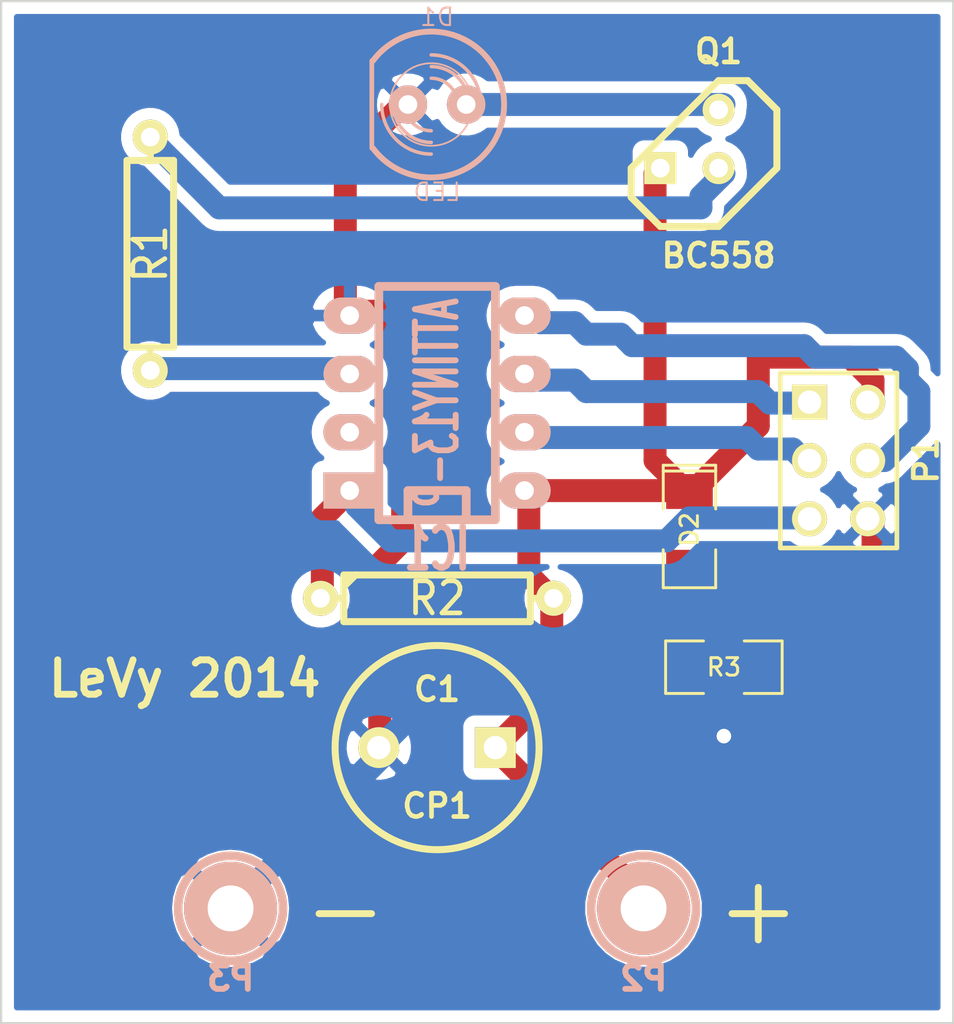
<source format=kicad_pcb>
(kicad_pcb (version 3) (host pcbnew "(2013-07-07 BZR 4022)-stable")

  (general
    (links 20)
    (no_connects 0)
    (area 40.949999 35.26455 82.550001 80.050001)
    (thickness 1.6)
    (drawings 7)
    (tracks 103)
    (zones 0)
    (modules 11)
    (nets 11)
  )

  (page A3)
  (layers
    (15 Gorna signal)
    (0 Dolna signal)
    (16 Kleju_Dolna user hide)
    (17 Kleju_Gorna user hide)
    (18 Pasty_Dolna user hide)
    (19 Pasty_Gorna user hide)
    (20 Opisowa_Dolna user)
    (21 Opisowa_Gorna user)
    (22 Maski_Dolna user)
    (23 Maski_Gorna user)
    (24 Rysunkowa user hide)
    (25 Komentarzy user hide)
    (26 ECO1 user hide)
    (27 ECO2 user hide)
    (28 Krawedziowa user)
  )

  (setup
    (last_trace_width 1)
    (trace_clearance 0.5)
    (zone_clearance 0.508)
    (zone_45_only no)
    (trace_min 0.254)
    (segment_width 0.2)
    (edge_width 0.1)
    (via_size 0.889)
    (via_drill 0.635)
    (via_min_size 0.889)
    (via_min_drill 0.508)
    (uvia_size 0.508)
    (uvia_drill 0.127)
    (uvias_allowed no)
    (uvia_min_size 0.508)
    (uvia_min_drill 0.127)
    (pcb_text_width 0.3)
    (pcb_text_size 1.5 1.5)
    (mod_edge_width 0.15)
    (mod_text_size 1 1)
    (mod_text_width 0.15)
    (pad_size 3 1.6764)
    (pad_drill 0.8128)
    (pad_to_mask_clearance 0.1)
    (solder_mask_min_width 0.1)
    (aux_axis_origin 0 0)
    (visible_elements 7FFFFFFF)
    (pcbplotparams
      (layerselection 284196865)
      (usegerberextensions true)
      (excludeedgelayer true)
      (linewidth 0.150000)
      (plotframeref false)
      (viasonmask true)
      (mode 1)
      (useauxorigin false)
      (hpglpennumber 1)
      (hpglpenspeed 20)
      (hpglpendiameter 15)
      (hpglpenoverlay 2)
      (psnegative false)
      (psa4output false)
      (plotreference true)
      (plotvalue true)
      (plotothertext true)
      (plotinvisibletext false)
      (padsonsilk false)
      (subtractmaskfromsilk true)
      (outputformat 1)
      (mirror false)
      (drillshape 0)
      (scaleselection 1)
      (outputdirectory "C:/Users/htpc/Dysk Google/cwiartka/generator/gerber/"))
  )

  (net 0 "")
  (net 1 GND)
  (net 2 N-000001)
  (net 3 N-0000010)
  (net 4 N-0000011)
  (net 5 N-000002)
  (net 6 N-000003)
  (net 7 N-000004)
  (net 8 N-000007)
  (net 9 N-000008)
  (net 10 VCC)

  (net_class Default "To jest domyślna klasa połączeń."
    (clearance 0.5)
    (trace_width 1)
    (via_dia 0.889)
    (via_drill 0.635)
    (uvia_dia 0.508)
    (uvia_drill 0.127)
    (add_net "")
    (add_net GND)
    (add_net N-000001)
    (add_net N-0000010)
    (add_net N-0000011)
    (add_net N-000002)
    (add_net N-000003)
    (add_net N-000004)
    (add_net N-000007)
    (add_net N-000008)
    (add_net VCC)
  )

  (module LED-5MM (layer Dolna) (tedit 50ADE86B) (tstamp 53C91215)
    (at 60 40 180)
    (descr "LED 5mm - Lead pitch 100mil (2,54mm)")
    (tags "LED led 5mm 5MM 100mil 2,54mm")
    (path /53C90E26)
    (fp_text reference D1 (at 0 3.81 180) (layer Opisowa_Dolna)
      (effects (font (size 0.762 0.762) (thickness 0.0889)) (justify mirror))
    )
    (fp_text value LED (at 0 -3.81 180) (layer Opisowa_Dolna)
      (effects (font (size 0.762 0.762) (thickness 0.0889)) (justify mirror))
    )
    (fp_line (start 2.8448 -1.905) (end 2.8448 1.905) (layer Opisowa_Dolna) (width 0.2032))
    (fp_circle (center 0.254 0) (end -1.016 -1.27) (layer Opisowa_Dolna) (width 0.0762))
    (fp_arc (start 0.254 0) (end 2.794 -1.905) (angle -286.2) (layer Opisowa_Dolna) (width 0.254))
    (fp_arc (start 0.254 0) (end -0.889 0) (angle -90) (layer Opisowa_Dolna) (width 0.1524))
    (fp_arc (start 0.254 0) (end 1.397 0) (angle -90) (layer Opisowa_Dolna) (width 0.1524))
    (fp_arc (start 0.254 0) (end -1.397 0) (angle -90) (layer Opisowa_Dolna) (width 0.1524))
    (fp_arc (start 0.254 0) (end 1.905 0) (angle -90) (layer Opisowa_Dolna) (width 0.1524))
    (fp_arc (start 0.254 0) (end -1.905 0) (angle -90) (layer Opisowa_Dolna) (width 0.1524))
    (fp_arc (start 0.254 0) (end 2.413 0) (angle -90) (layer Opisowa_Dolna) (width 0.1524))
    (pad 1 thru_hole circle (at -1.27 0 180) (size 1.6764 1.6764) (drill 0.8128)
      (layers *.Cu *.Mask Opisowa_Dolna)
      (net 5 N-000002)
    )
    (pad 2 thru_hole circle (at 1.27 0 180) (size 1.6764 1.6764) (drill 0.8128)
      (layers *.Cu *.Mask Opisowa_Dolna)
      (net 1 GND)
    )
    (model discret/leds/led5_vertical_verde.wrl
      (at (xyz 0 0 0))
      (scale (xyz 1 1 1))
      (rotate (xyz 0 0 0))
    )
  )

  (module pin_array_3x2 (layer Gorna) (tedit 42931587) (tstamp 53C91206)
    (at 77.5 55.5 270)
    (descr "Double rangee de contacts 2 x 4 pins")
    (tags CONN)
    (path /539214BD)
    (fp_text reference P1 (at 0 -3.81 270) (layer Opisowa_Gorna)
      (effects (font (size 1.016 1.016) (thickness 0.2032)))
    )
    (fp_text value CONN_3X2 (at 0 3.81 270) (layer Opisowa_Gorna) hide
      (effects (font (size 1.016 1.016) (thickness 0.2032)))
    )
    (fp_line (start 3.81 2.54) (end -3.81 2.54) (layer Opisowa_Gorna) (width 0.2032))
    (fp_line (start -3.81 -2.54) (end 3.81 -2.54) (layer Opisowa_Gorna) (width 0.2032))
    (fp_line (start 3.81 -2.54) (end 3.81 2.54) (layer Opisowa_Gorna) (width 0.2032))
    (fp_line (start -3.81 2.54) (end -3.81 -2.54) (layer Opisowa_Gorna) (width 0.2032))
    (pad 1 thru_hole rect (at -2.54 1.27 270) (size 1.524 1.524) (drill 1.016)
      (layers *.Cu *.Mask Opisowa_Gorna)
      (net 4 N-0000011)
    )
    (pad 2 thru_hole circle (at -2.54 -1.27 270) (size 1.524 1.524) (drill 1.016)
      (layers *.Cu *.Mask Opisowa_Gorna)
      (net 10 VCC)
    )
    (pad 3 thru_hole circle (at 0 1.27 270) (size 1.524 1.524) (drill 1.016)
      (layers *.Cu *.Mask Opisowa_Gorna)
      (net 3 N-0000010)
    )
    (pad 4 thru_hole circle (at 0 -1.27 270) (size 1.524 1.524) (drill 1.016)
      (layers *.Cu *.Mask Opisowa_Gorna)
      (net 8 N-000007)
    )
    (pad 5 thru_hole circle (at 2.54 1.27 270) (size 1.524 1.524) (drill 1.016)
      (layers *.Cu *.Mask Opisowa_Gorna)
      (net 2 N-000001)
    )
    (pad 6 thru_hole circle (at 2.54 -1.27 270) (size 1.524 1.524) (drill 1.016)
      (layers *.Cu *.Mask Opisowa_Gorna)
      (net 1 GND)
    )
    (model pin_array/pins_array_3x2.wrl
      (at (xyz 0 0 0))
      (scale (xyz 1 1 1))
      (rotate (xyz 0 0 0))
    )
  )

  (module DIP-8__300_ELL (layer Dolna) (tedit 200000) (tstamp 53C95401)
    (at 60 53 90)
    (descr "8 pins DIL package, elliptical pads")
    (tags DIL)
    (path /53921189)
    (fp_text reference IC1 (at -6.35 0 360) (layer Opisowa_Dolna)
      (effects (font (size 1.778 1.143) (thickness 0.3048)) (justify mirror))
    )
    (fp_text value ATTINY13-P (at 0 0 90) (layer Opisowa_Dolna)
      (effects (font (size 1.778 1.016) (thickness 0.3048)) (justify mirror))
    )
    (fp_line (start -5.08 1.27) (end -3.81 1.27) (layer Opisowa_Dolna) (width 0.381))
    (fp_line (start -3.81 1.27) (end -3.81 -1.27) (layer Opisowa_Dolna) (width 0.381))
    (fp_line (start -3.81 -1.27) (end -5.08 -1.27) (layer Opisowa_Dolna) (width 0.381))
    (fp_line (start -5.08 2.54) (end 5.08 2.54) (layer Opisowa_Dolna) (width 0.381))
    (fp_line (start 5.08 2.54) (end 5.08 -2.54) (layer Opisowa_Dolna) (width 0.381))
    (fp_line (start 5.08 -2.54) (end -5.08 -2.54) (layer Opisowa_Dolna) (width 0.381))
    (fp_line (start -5.08 -2.54) (end -5.08 2.54) (layer Opisowa_Dolna) (width 0.381))
    (pad 1 thru_hole rect (at -3.81 -3.81 90) (size 1.5748 2.286) (drill 0.8128)
      (layers *.Cu *.Mask Opisowa_Dolna)
      (net 2 N-000001)
    )
    (pad 2 thru_hole oval (at -1.27 -3.81 90) (size 1.5748 2.286) (drill 0.8128)
      (layers *.Cu *.Mask Opisowa_Dolna)
    )
    (pad 3 thru_hole oval (at 1.27 -3.81 90) (size 1.5748 2.286) (drill 0.8128)
      (layers *.Cu *.Mask Opisowa_Dolna)
      (net 6 N-000003)
    )
    (pad 4 thru_hole oval (at 3.81 -3.81 90) (size 1.5748 2.286) (drill 0.8128)
      (layers *.Cu *.Mask Opisowa_Dolna)
      (net 1 GND)
    )
    (pad 5 thru_hole oval (at 3.81 3.81 90) (size 1.5748 2.286) (drill 0.8128)
      (layers *.Cu *.Mask Opisowa_Dolna)
      (net 8 N-000007)
    )
    (pad 6 thru_hole oval (at 1.27 3.81 90) (size 1.5748 2.286) (drill 0.8128)
      (layers *.Cu *.Mask Opisowa_Dolna)
      (net 4 N-0000011)
    )
    (pad 7 thru_hole oval (at -1.27 3.81 90) (size 1.5748 2.286) (drill 0.8128)
      (layers *.Cu *.Mask Opisowa_Dolna)
      (net 3 N-0000010)
    )
    (pad 8 thru_hole oval (at -3.81 3.81 90) (size 1.5748 2.286) (drill 0.8128)
      (layers *.Cu *.Mask Opisowa_Dolna)
      (net 10 VCC)
    )
    (model dil/dil_8.wrl
      (at (xyz 0 0 0))
      (scale (xyz 1 1 1))
      (rotate (xyz 0 0 0))
    )
  )

  (module 1_pin_duzy (layer Dolna) (tedit 53C912E2) (tstamp 53C91223)
    (at 69 75)
    (descr "module 1 pin (ou trou mecanique de percage)")
    (tags DEV)
    (path /539211E5)
    (fp_text reference P2 (at 0 3.048) (layer Opisowa_Dolna)
      (effects (font (size 1.016 1.016) (thickness 0.254)) (justify mirror))
    )
    (fp_text value CONN_1 (at 0 -2.794) (layer Opisowa_Dolna) hide
      (effects (font (size 1.016 1.016) (thickness 0.254)) (justify mirror))
    )
    (fp_circle (center 0 0) (end 0 2.286) (layer Opisowa_Dolna) (width 0.381))
    (pad 1 thru_hole circle (at 0 0) (size 4.064 4.064) (drill 2)
      (layers *.Cu *.Mask Opisowa_Dolna)
      (net 10 VCC)
    )
  )

  (module TO92-123 (layer Gorna) (tedit 4C5F51CE) (tstamp 53C911DE)
    (at 71 41.5 180)
    (descr "Transistor TO92 brochage type BC237")
    (tags "TR TO92")
    (path /53C90DFA)
    (fp_text reference Q1 (at -1.27 3.81 180) (layer Opisowa_Gorna)
      (effects (font (size 1.016 1.016) (thickness 0.2032)))
    )
    (fp_text value BC558 (at -1.27 -5.08 180) (layer Opisowa_Gorna)
      (effects (font (size 1.016 1.016) (thickness 0.2032)))
    )
    (fp_line (start -1.27 2.54) (end 2.54 -1.27) (layer Opisowa_Gorna) (width 0.3048))
    (fp_line (start 2.54 -1.27) (end 2.54 -2.54) (layer Opisowa_Gorna) (width 0.3048))
    (fp_line (start 2.54 -2.54) (end 1.27 -3.81) (layer Opisowa_Gorna) (width 0.3048))
    (fp_line (start 1.27 -3.81) (end -1.27 -3.81) (layer Opisowa_Gorna) (width 0.3048))
    (fp_line (start -1.27 -3.81) (end -3.81 -1.27) (layer Opisowa_Gorna) (width 0.3048))
    (fp_line (start -3.81 -1.27) (end -3.81 1.27) (layer Opisowa_Gorna) (width 0.3048))
    (fp_line (start -3.81 1.27) (end -2.54 2.54) (layer Opisowa_Gorna) (width 0.3048))
    (fp_line (start -2.54 2.54) (end -1.27 2.54) (layer Opisowa_Gorna) (width 0.3048))
    (pad 3 thru_hole rect (at 1.27 -1.27 180) (size 1.397 1.397) (drill 0.8128)
      (layers *.Cu *.Mask Opisowa_Gorna)
      (net 10 VCC)
    )
    (pad 2 thru_hole circle (at -1.27 -1.27 180) (size 1.397 1.397) (drill 0.8128)
      (layers *.Cu *.Mask Opisowa_Gorna)
      (net 7 N-000004)
    )
    (pad 1 thru_hole circle (at -1.27 1.27 180) (size 1.397 1.397) (drill 0.8128)
      (layers *.Cu *.Mask Opisowa_Gorna)
      (net 5 N-000002)
    )
    (model discret/to98.wrl
      (at (xyz 0 0 0))
      (scale (xyz 1 1 1))
      (rotate (xyz 0 0 0))
    )
  )

  (module R4 (layer Gorna) (tedit 200000) (tstamp 53C911EB)
    (at 60 61.5)
    (descr "Resitance 4 pas")
    (tags R)
    (path /539215F0)
    (autoplace_cost180 10)
    (fp_text reference R2 (at 0 0) (layer Opisowa_Gorna)
      (effects (font (size 1.397 1.27) (thickness 0.2032)))
    )
    (fp_text value 10k (at 0 0) (layer Opisowa_Gorna) hide
      (effects (font (size 1.397 1.27) (thickness 0.2032)))
    )
    (fp_line (start -5.08 0) (end -4.064 0) (layer Opisowa_Gorna) (width 0.3048))
    (fp_line (start -4.064 0) (end -4.064 -1.016) (layer Opisowa_Gorna) (width 0.3048))
    (fp_line (start -4.064 -1.016) (end 4.064 -1.016) (layer Opisowa_Gorna) (width 0.3048))
    (fp_line (start 4.064 -1.016) (end 4.064 1.016) (layer Opisowa_Gorna) (width 0.3048))
    (fp_line (start 4.064 1.016) (end -4.064 1.016) (layer Opisowa_Gorna) (width 0.3048))
    (fp_line (start -4.064 1.016) (end -4.064 0) (layer Opisowa_Gorna) (width 0.3048))
    (fp_line (start -4.064 -0.508) (end -3.556 -1.016) (layer Opisowa_Gorna) (width 0.3048))
    (fp_line (start 5.08 0) (end 4.064 0) (layer Opisowa_Gorna) (width 0.3048))
    (pad 1 thru_hole circle (at -5.08 0) (size 1.524 1.524) (drill 0.8128)
      (layers *.Cu *.Mask Opisowa_Gorna)
      (net 2 N-000001)
    )
    (pad 2 thru_hole circle (at 5.08 0) (size 1.524 1.524) (drill 0.8128)
      (layers *.Cu *.Mask Opisowa_Gorna)
      (net 10 VCC)
    )
    (model discret/resistor.wrl
      (at (xyz 0 0 0))
      (scale (xyz 0.4 0.4 0.4))
      (rotate (xyz 0 0 0))
    )
  )

  (module R4 (layer Gorna) (tedit 200000) (tstamp 53C911F8)
    (at 47.5 46.5 270)
    (descr "Resitance 4 pas")
    (tags R)
    (path /53921715)
    (autoplace_cost180 10)
    (fp_text reference R1 (at 0 0 270) (layer Opisowa_Gorna)
      (effects (font (size 1.397 1.27) (thickness 0.2032)))
    )
    (fp_text value 3,3k (at 0 0 270) (layer Opisowa_Gorna) hide
      (effects (font (size 1.397 1.27) (thickness 0.2032)))
    )
    (fp_line (start -5.08 0) (end -4.064 0) (layer Opisowa_Gorna) (width 0.3048))
    (fp_line (start -4.064 0) (end -4.064 -1.016) (layer Opisowa_Gorna) (width 0.3048))
    (fp_line (start -4.064 -1.016) (end 4.064 -1.016) (layer Opisowa_Gorna) (width 0.3048))
    (fp_line (start 4.064 -1.016) (end 4.064 1.016) (layer Opisowa_Gorna) (width 0.3048))
    (fp_line (start 4.064 1.016) (end -4.064 1.016) (layer Opisowa_Gorna) (width 0.3048))
    (fp_line (start -4.064 1.016) (end -4.064 0) (layer Opisowa_Gorna) (width 0.3048))
    (fp_line (start -4.064 -0.508) (end -3.556 -1.016) (layer Opisowa_Gorna) (width 0.3048))
    (fp_line (start 5.08 0) (end 4.064 0) (layer Opisowa_Gorna) (width 0.3048))
    (pad 1 thru_hole circle (at -5.08 0 270) (size 1.524 1.524) (drill 0.8128)
      (layers *.Cu *.Mask Opisowa_Gorna)
      (net 7 N-000004)
    )
    (pad 2 thru_hole circle (at 5.08 0 270) (size 1.524 1.524) (drill 0.8128)
      (layers *.Cu *.Mask Opisowa_Gorna)
      (net 6 N-000003)
    )
    (model discret/resistor.wrl
      (at (xyz 0 0 0))
      (scale (xyz 0.4 0.4 0.4))
      (rotate (xyz 0 0 0))
    )
  )

  (module C2V8 (layer Gorna) (tedit 46544AA3) (tstamp 53C9121D)
    (at 60 68 180)
    (descr "Condensateur polarise")
    (tags CP)
    (path /5392168D)
    (fp_text reference C1 (at 0 2.54 180) (layer Opisowa_Gorna)
      (effects (font (size 1.016 1.016) (thickness 0.2032)))
    )
    (fp_text value CP1 (at 0 -2.54 180) (layer Opisowa_Gorna)
      (effects (font (size 1.016 1.016) (thickness 0.2032)))
    )
    (fp_circle (center 0 0) (end -4.445 0) (layer Opisowa_Gorna) (width 0.3048))
    (pad 1 thru_hole rect (at -2.54 0 180) (size 1.778 1.778) (drill 1.016)
      (layers *.Cu *.Mask Opisowa_Gorna)
      (net 10 VCC)
    )
    (pad 2 thru_hole circle (at 2.54 0 180) (size 1.778 1.778) (drill 1.016)
      (layers *.Cu *.Mask Opisowa_Gorna)
      (net 1 GND)
    )
    (model discret/c_vert_c2v10.wrl
      (at (xyz 0 0 0))
      (scale (xyz 1 1 1))
      (rotate (xyz 0 0 0))
    )
  )

  (module 1_pin_duzy (layer Dolna) (tedit 53C912E2) (tstamp 53C91229)
    (at 51 75)
    (descr "module 1 pin (ou trou mecanique de percage)")
    (tags DEV)
    (path /539211F4)
    (fp_text reference P3 (at 0 3.048) (layer Opisowa_Dolna)
      (effects (font (size 1.016 1.016) (thickness 0.254)) (justify mirror))
    )
    (fp_text value CONN_1 (at 0 -2.794) (layer Opisowa_Dolna) hide
      (effects (font (size 1.016 1.016) (thickness 0.254)) (justify mirror))
    )
    (fp_circle (center 0 0) (end 0 2.286) (layer Opisowa_Dolna) (width 0.381))
    (pad 1 thru_hole circle (at 0 0) (size 4.064 4.064) (drill 2)
      (layers *.Cu *.Mask Opisowa_Dolna)
      (net 1 GND)
    )
  )

  (module SM1206POL (layer Gorna) (tedit 42806E4C) (tstamp 53C95CC1)
    (at 71 58.5 270)
    (path /53C95C43)
    (attr smd)
    (fp_text reference D2 (at 0 0 270) (layer Opisowa_Gorna)
      (effects (font (size 0.762 0.762) (thickness 0.127)))
    )
    (fp_text value VCC (at 0 0 270) (layer Opisowa_Gorna) hide
      (effects (font (size 0.762 0.762) (thickness 0.127)))
    )
    (fp_line (start -2.54 -1.143) (end -2.794 -1.143) (layer Opisowa_Gorna) (width 0.127))
    (fp_line (start -2.794 -1.143) (end -2.794 1.143) (layer Opisowa_Gorna) (width 0.127))
    (fp_line (start -2.794 1.143) (end -2.54 1.143) (layer Opisowa_Gorna) (width 0.127))
    (fp_line (start -2.54 -1.143) (end -2.54 1.143) (layer Opisowa_Gorna) (width 0.127))
    (fp_line (start -2.54 1.143) (end -0.889 1.143) (layer Opisowa_Gorna) (width 0.127))
    (fp_line (start 0.889 -1.143) (end 2.54 -1.143) (layer Opisowa_Gorna) (width 0.127))
    (fp_line (start 2.54 -1.143) (end 2.54 1.143) (layer Opisowa_Gorna) (width 0.127))
    (fp_line (start 2.54 1.143) (end 0.889 1.143) (layer Opisowa_Gorna) (width 0.127))
    (fp_line (start -0.889 -1.143) (end -2.54 -1.143) (layer Opisowa_Gorna) (width 0.127))
    (pad 1 smd rect (at -1.651 0 270) (size 1.524 2.032)
      (layers Gorna Pasty_Gorna Maski_Gorna)
      (net 10 VCC)
    )
    (pad 2 smd rect (at 1.651 0 270) (size 1.524 2.032)
      (layers Gorna Pasty_Gorna Maski_Gorna)
      (net 9 N-000008)
    )
    (model smd/chip_cms_pol.wrl
      (at (xyz 0 0 0))
      (scale (xyz 0.17 0.16 0.16))
      (rotate (xyz 0 0 0))
    )
  )

  (module SM1206 (layer Gorna) (tedit 42806E24) (tstamp 53C95CCD)
    (at 72.5 64.5 180)
    (path /53C95C4B)
    (attr smd)
    (fp_text reference R3 (at 0 0 180) (layer Opisowa_Gorna)
      (effects (font (size 0.762 0.762) (thickness 0.127)))
    )
    (fp_text value 100 (at 0 0 180) (layer Opisowa_Gorna) hide
      (effects (font (size 0.762 0.762) (thickness 0.127)))
    )
    (fp_line (start -2.54 -1.143) (end -2.54 1.143) (layer Opisowa_Gorna) (width 0.127))
    (fp_line (start -2.54 1.143) (end -0.889 1.143) (layer Opisowa_Gorna) (width 0.127))
    (fp_line (start 0.889 -1.143) (end 2.54 -1.143) (layer Opisowa_Gorna) (width 0.127))
    (fp_line (start 2.54 -1.143) (end 2.54 1.143) (layer Opisowa_Gorna) (width 0.127))
    (fp_line (start 2.54 1.143) (end 0.889 1.143) (layer Opisowa_Gorna) (width 0.127))
    (fp_line (start -0.889 -1.143) (end -2.54 -1.143) (layer Opisowa_Gorna) (width 0.127))
    (pad 1 smd rect (at -1.651 0 180) (size 1.524 2.032)
      (layers Gorna Pasty_Gorna Maski_Gorna)
      (net 1 GND)
    )
    (pad 2 smd rect (at 1.651 0 180) (size 1.524 2.032)
      (layers Gorna Pasty_Gorna Maski_Gorna)
      (net 9 N-000008)
    )
    (model smd/chip_cms.wrl
      (at (xyz 0 0 0))
      (scale (xyz 0.17 0.16 0.16))
      (rotate (xyz 0 0 0))
    )
  )

  (gr_text "-\n" (at 56 75) (layer Opisowa_Gorna)
    (effects (font (size 3 3) (thickness 0.3)))
  )
  (gr_text + (at 74 75) (layer Opisowa_Gorna)
    (effects (font (size 3 3) (thickness 0.3)))
  )
  (gr_line (start 41 80) (end 82.5 80) (angle 90) (layer Krawedziowa) (width 0.1))
  (gr_line (start 41 35.5) (end 82.5 35.5) (angle 90) (layer Krawedziowa) (width 0.1))
  (gr_line (start 41 80) (end 41 35.5) (angle 90) (layer Krawedziowa) (width 0.1))
  (gr_line (start 82.5 35.5) (end 82.5 80) (angle 90) (layer Krawedziowa) (width 0.1))
  (gr_text "LeVy 2014" (at 49 65) (layer Opisowa_Gorna)
    (effects (font (size 1.5 1.5) (thickness 0.3)))
  )

  (segment (start 57.46 68) (end 57.5 68) (width 1) (layer Dolna) (net 1) (status 80000))
  (segment (start 57.5 68) (end 57.5 68.5) (width 1) (layer Dolna) (net 1) (status 80000))
  (segment (start 57.5 68.5) (end 51 75) (width 1) (layer Dolna) (net 1) (status 80000))
  (segment (start 74.151 64.5) (end 74 64.5) (width 1) (layer Gorna) (net 1) (status 80000))
  (segment (start 74 64.5) (end 79 59.5) (width 1) (layer Gorna) (net 1) (status 80000))
  (segment (start 79 59.5) (end 79 58) (width 1) (layer Gorna) (net 1) (status 80000))
  (segment (start 79 58) (end 78.77 58.04) (width 1) (layer Gorna) (net 1) (tstamp 53C95D13) (status 80000))
  (segment (start 57.46 68) (end 57.5 68) (width 1) (layer Dolna) (net 1) (status 80000))
  (segment (start 57.5 68) (end 59.5 66) (width 1) (layer Dolna) (net 1) (status 80000))
  (segment (start 59.5 66) (end 64.5 66) (width 1) (layer Dolna) (net 1) (status 80000))
  (segment (start 64.5 66) (end 66 67.5) (width 1) (layer Dolna) (net 1) (status 80000))
  (segment (start 66 67.5) (end 72.5 67.5) (width 1) (layer Dolna) (net 1) (status 80000))
  (via (at 72.5 67.5) (size 0.889) (layers Gorna Dolna) (net 1) (status 80000))
  (segment (start 72.5 67.5) (end 74 66) (width 1) (layer Gorna) (net 1) (status 80000))
  (segment (start 74 66) (end 74 64.5) (width 1) (layer Gorna) (net 1) (status 80000))
  (segment (start 74 64.5) (end 74.151 64.5) (width 1) (layer Gorna) (net 1) (tstamp 53C95D12) (status 80000))
  (segment (start 56.19 49.19) (end 56 49) (width 1) (layer Gorna) (net 1) (status 80000))
  (segment (start 56 49) (end 57.5 49) (width 1) (layer Gorna) (net 1) (status 80000))
  (segment (start 57.5 49) (end 58 49.5) (width 1) (layer Gorna) (net 1) (status 80000))
  (segment (start 58 49.5) (end 58.5 49.5) (width 1) (layer Gorna) (net 1) (status 80000))
  (segment (start 58.5 49.5) (end 58.5 59) (width 1) (layer Gorna) (net 1) (status 80000))
  (segment (start 58.5 59) (end 57.5 60) (width 1) (layer Gorna) (net 1) (status 80000))
  (segment (start 57.5 60) (end 57.5 68) (width 1) (layer Gorna) (net 1) (status 80000))
  (segment (start 57.5 68) (end 57.46 68) (width 1) (layer Gorna) (net 1) (tstamp 53C95D10) (status 80000))
  (segment (start 58.73 40) (end 58.5 40) (width 1) (layer Gorna) (net 1) (status 80000))
  (segment (start 58.5 40) (end 56 42.5) (width 1) (layer Gorna) (net 1) (status 80000))
  (segment (start 56 42.5) (end 56 49) (width 1) (layer Gorna) (net 1) (status 80000))
  (segment (start 56 49) (end 56.19 49.19) (width 1) (layer Gorna) (net 1) (tstamp 53C95D0D) (status 80000))
  (segment (start 56.19 56.81) (end 56.5 57.5) (width 1) (layer Dolna) (net 2) (status 80000))
  (segment (start 56.5 57.5) (end 58 59) (width 1) (layer Dolna) (net 2) (status 80000))
  (segment (start 58 59) (end 70 59) (width 1) (layer Dolna) (net 2) (status 80000))
  (segment (start 70 59) (end 71 58) (width 1) (layer Dolna) (net 2) (status 80000))
  (segment (start 71 58) (end 76 58) (width 1) (layer Dolna) (net 2) (status 80000))
  (segment (start 76 58) (end 76.23 58.04) (width 1) (layer Dolna) (net 2) (tstamp 53C95D0F) (status 80000))
  (segment (start 56.19 56.81) (end 55 58) (width 1) (layer Gorna) (net 2) (status 80000))
  (segment (start 55 58) (end 55 61.5) (width 1) (layer Gorna) (net 2) (status 80000))
  (segment (start 55 61.5) (end 54.92 61.5) (width 1) (layer Gorna) (net 2) (tstamp 53C95D08) (status 80000))
  (segment (start 76.23 55.5) (end 76 55.5) (width 1) (layer Dolna) (net 3) (status 80000))
  (segment (start 76 55.5) (end 75.5 55) (width 1) (layer Dolna) (net 3) (status 80000))
  (segment (start 75.5 55) (end 74 55) (width 1) (layer Dolna) (net 3) (status 80000))
  (segment (start 74 55) (end 73.5 54.5) (width 1) (layer Dolna) (net 3) (status 80000))
  (segment (start 73.5 54.5) (end 64 54.5) (width 1) (layer Dolna) (net 3) (status 80000))
  (segment (start 64 54.5) (end 63.81 54.27) (width 1) (layer Dolna) (net 3) (tstamp 53C95D0A) (status 80000))
  (segment (start 63.81 51.73) (end 64 51.5) (width 1) (layer Dolna) (net 4) (status 80000))
  (segment (start 64 51.5) (end 64.5 52) (width 1) (layer Dolna) (net 4) (status 80000))
  (segment (start 64.5 52) (end 66 52) (width 1) (layer Dolna) (net 4) (status 80000))
  (segment (start 66 52) (end 66.5 52.5) (width 1) (layer Dolna) (net 4) (status 80000))
  (segment (start 66.5 52.5) (end 74 52.5) (width 1) (layer Dolna) (net 4) (status 80000))
  (segment (start 74 52.5) (end 74.5 53) (width 1) (layer Dolna) (net 4) (status 80000))
  (segment (start 74.5 53) (end 76 53) (width 1) (layer Dolna) (net 4) (status 80000))
  (segment (start 76 53) (end 76.23 52.96) (width 1) (layer Dolna) (net 4) (tstamp 53C95D0C) (status 80000))
  (segment (start 72.27 40.23) (end 72.5 40) (width 1) (layer Dolna) (net 5) (status 80000))
  (segment (start 72.5 40) (end 61.27 40) (width 1) (layer Dolna) (net 5) (status 80000))
  (segment (start 56.19 51.73) (end 56 51.5) (width 1) (layer Dolna) (net 6) (status 80000))
  (segment (start 56 51.5) (end 47.5 51.5) (width 1) (layer Dolna) (net 6) (status 80000))
  (segment (start 47.5 51.5) (end 47.5 51.58) (width 1) (layer Dolna) (net 6) (tstamp 53C95D09) (status 80000))
  (segment (start 47.5 41.42) (end 47.5 41.5) (width 1) (layer Dolna) (net 7) (status 80000))
  (segment (start 47.5 41.5) (end 50.5 44.5) (width 1) (layer Dolna) (net 7) (status 80000))
  (segment (start 50.5 44.5) (end 71.5 44.5) (width 1) (layer Dolna) (net 7) (status 80000))
  (segment (start 71.5 44.5) (end 71.5 44) (width 1) (layer Dolna) (net 7) (status 80000))
  (segment (start 71.5 44) (end 72.5 43) (width 1) (layer Dolna) (net 7) (status 80000))
  (segment (start 72.5 43) (end 72.27 42.77) (width 1) (layer Dolna) (net 7) (tstamp 53C95D14) (status 80000))
  (segment (start 63.81 49.19) (end 64.5 49.5) (width 1) (layer Dolna) (net 8) (status 80000))
  (segment (start 64.5 49.5) (end 66 49.5) (width 1) (layer Dolna) (net 8) (status 80000))
  (segment (start 66 49.5) (end 66.5 50) (width 1) (layer Dolna) (net 8) (status 80000))
  (segment (start 66.5 50) (end 68 50) (width 1) (layer Dolna) (net 8) (status 80000))
  (segment (start 68 50) (end 68.5 50.5) (width 1) (layer Dolna) (net 8) (status 80000))
  (segment (start 68.5 50.5) (end 76 50.5) (width 1) (layer Dolna) (net 8) (status 80000))
  (segment (start 76 50.5) (end 76.5 51) (width 1) (layer Dolna) (net 8) (status 80000))
  (segment (start 76.5 51) (end 80 51) (width 1) (layer Dolna) (net 8) (status 80000))
  (segment (start 80 51) (end 80.5 51.5) (width 1) (layer Dolna) (net 8) (status 80000))
  (segment (start 80.5 51.5) (end 80.5 52) (width 1) (layer Dolna) (net 8) (status 80000))
  (segment (start 80.5 52) (end 81 52.5) (width 1) (layer Dolna) (net 8) (status 80000))
  (segment (start 81 52.5) (end 81 54) (width 1) (layer Dolna) (net 8) (status 80000))
  (segment (start 81 54) (end 79.5 55.5) (width 1) (layer Dolna) (net 8) (status 80000))
  (segment (start 79.5 55.5) (end 78.77 55.5) (width 1) (layer Dolna) (net 8) (status 80000))
  (segment (start 71 60.151) (end 71 64.5) (width 1) (layer Gorna) (net 9) (status 80000))
  (segment (start 71 64.5) (end 70.849 64.5) (width 1) (layer Gorna) (net 9) (tstamp 53C95D05) (status 80000))
  (segment (start 63.81 56.81) (end 70.961 56.81) (width 1) (layer Gorna) (net 10))
  (segment (start 70.961 56.81) (end 71 56.849) (width 1) (layer Gorna) (net 10) (tstamp 53C95E23))
  (segment (start 62.54 68) (end 62.5 68) (width 1) (layer Gorna) (net 10) (status 80000))
  (segment (start 62.5 68) (end 69 74.5) (width 1) (layer Gorna) (net 10) (status 80000))
  (segment (start 69 74.5) (end 69 75) (width 1) (layer Gorna) (net 10) (status 80000))
  (segment (start 71 56.849) (end 71 57) (width 1) (layer Gorna) (net 10) (status 80000))
  (segment (start 71 57) (end 74 54) (width 1) (layer Gorna) (net 10) (status 80000))
  (segment (start 74 54) (end 74 51) (width 1) (layer Gorna) (net 10) (status 80000))
  (segment (start 74 51) (end 78 51) (width 1) (layer Gorna) (net 10) (status 80000))
  (segment (start 78 51) (end 79 52) (width 1) (layer Gorna) (net 10) (status 80000))
  (segment (start 79 52) (end 79 53) (width 1) (layer Gorna) (net 10) (status 80000))
  (segment (start 79 53) (end 78.77 52.96) (width 1) (layer Gorna) (net 10) (tstamp 53C95D11) (status 80000))
  (segment (start 71 56.849) (end 71 57) (width 1) (layer Gorna) (net 10) (status 80000))
  (segment (start 71 57) (end 69.5 55.5) (width 1) (layer Gorna) (net 10) (status 80000))
  (segment (start 69.5 55.5) (end 69.5 43) (width 1) (layer Gorna) (net 10) (status 80000))
  (segment (start 69.5 43) (end 69.73 42.77) (width 1) (layer Gorna) (net 10) (tstamp 53C95D0E) (status 80000))
  (segment (start 62.54 68) (end 62.5 68) (width 1) (layer Gorna) (net 10) (status 80000))
  (segment (start 62.5 68) (end 65 65.5) (width 1) (layer Gorna) (net 10) (status 80000))
  (segment (start 65 65.5) (end 65 61.5) (width 1) (layer Gorna) (net 10) (status 80000))
  (segment (start 65 61.5) (end 65.08 61.5) (width 1) (layer Gorna) (net 10) (tstamp 53C95D0B) (status 80000))
  (segment (start 65.08 61.5) (end 65 61.5) (width 1) (layer Gorna) (net 10) (status 80000))
  (segment (start 65 61.5) (end 64 60.5) (width 1) (layer Gorna) (net 10) (status 80000))
  (segment (start 64 60.5) (end 64 57) (width 1) (layer Gorna) (net 10) (status 80000))
  (segment (start 64 57) (end 63.81 56.81) (width 1) (layer Gorna) (net 10) (tstamp 53C95D07) (status 80000))
  (segment (start 71 57) (end 71 56.849) (width 1) (layer Gorna) (net 10) (tstamp 53C95D06) (status 80000))

  (zone (net 1) (net_name GND) (layer Dolna) (tstamp 53CA3788) (hatch edge 0.508)
    (connect_pads (clearance 0.508))
    (min_thickness 0.254)
    (fill (arc_segments 32) (thermal_gap 0.508) (thermal_bridge_width 0.508))
    (polygon
      (pts
        (xy 82.5 80) (xy 41 80) (xy 41 35.5) (xy 82.5 35.5) (xy 82.5 80)
      )
    )
    (filled_polygon
      (pts
        (xy 81.815 79.315) (xy 80.172094 79.315) (xy 80.172094 57.971654) (xy 80.132116 57.700621) (xy 80.040256 57.442514)
        (xy 79.975656 57.32102) (xy 79.735564 57.254041) (xy 78.949605 58.04) (xy 79.735564 58.825959) (xy 79.975656 58.75898)
        (xy 80.092345 58.511107) (xy 80.158666 58.24529) (xy 80.172094 57.971654) (xy 80.172094 79.315) (xy 79.555959 79.315)
        (xy 79.555959 59.005564) (xy 78.77 58.219605) (xy 77.984041 59.005564) (xy 78.05102 59.245656) (xy 78.298893 59.362345)
        (xy 78.56471 59.428666) (xy 78.838346 59.442094) (xy 79.109379 59.402116) (xy 79.367486 59.310256) (xy 79.48898 59.245656)
        (xy 79.555959 59.005564) (xy 79.555959 79.315) (xy 71.667114 79.315) (xy 71.667114 74.738487) (xy 71.565524 74.225423)
        (xy 71.366215 73.741861) (xy 71.076777 73.306222) (xy 70.708235 72.935098) (xy 70.274627 72.642626) (xy 69.792469 72.439946)
        (xy 69.280126 72.334777) (xy 68.757113 72.331125) (xy 68.243352 72.429131) (xy 67.758411 72.625059) (xy 67.320762 72.911449)
        (xy 66.947074 73.277391) (xy 66.651582 73.708946) (xy 66.445541 74.189678) (xy 66.336797 74.701274) (xy 66.329495 75.224249)
        (xy 66.423911 75.738682) (xy 66.61645 76.224979) (xy 66.899777 76.664616) (xy 67.263101 77.04085) (xy 67.692583 77.339347)
        (xy 68.171864 77.54874) (xy 68.682689 77.661052) (xy 69.2056 77.672006) (xy 69.720679 77.581183) (xy 70.208309 77.392044)
        (xy 70.649914 77.111793) (xy 71.028674 76.751104) (xy 71.330163 76.323717) (xy 71.542897 75.845909) (xy 71.658772 75.335881)
        (xy 71.667114 74.738487) (xy 71.667114 79.315) (xy 64.064446 79.315) (xy 64.064446 68.83117) (xy 64.064027 67.048735)
        (xy 64.039839 66.926577) (xy 63.992384 66.811443) (xy 63.923471 66.70772) (xy 63.835723 66.619357) (xy 63.732483 66.549721)
        (xy 63.617683 66.501463) (xy 63.495697 66.476423) (xy 63.37117 66.475554) (xy 61.588735 66.475973) (xy 61.466577 66.500161)
        (xy 61.351443 66.547616) (xy 61.24772 66.616529) (xy 61.159357 66.704277) (xy 61.089721 66.807517) (xy 61.041463 66.922317)
        (xy 61.016423 67.044303) (xy 61.015554 67.16883) (xy 61.015973 68.951265) (xy 61.040161 69.073423) (xy 61.087616 69.188557)
        (xy 61.156529 69.29228) (xy 61.244277 69.380643) (xy 61.347517 69.450279) (xy 61.462317 69.498537) (xy 61.584303 69.523577)
        (xy 61.70883 69.524446) (xy 63.491265 69.524027) (xy 63.613423 69.499839) (xy 63.728557 69.452384) (xy 63.83228 69.383471)
        (xy 63.920643 69.295723) (xy 63.990279 69.192483) (xy 64.038537 69.077683) (xy 64.063577 68.955697) (xy 64.064446 68.83117)
        (xy 64.064446 79.315) (xy 58.990076 79.315) (xy 58.990076 67.937017) (xy 58.948702 67.641022) (xy 58.850624 67.358702)
        (xy 58.769287 67.205728) (xy 58.51623 67.123375) (xy 58.336625 67.30298) (xy 58.336625 66.94377) (xy 58.254272 66.690713)
        (xy 57.984836 66.561373) (xy 57.695409 66.48683) (xy 57.397017 66.469924) (xy 57.101022 66.511298) (xy 56.818702 66.609376)
        (xy 56.665728 66.690713) (xy 56.583375 66.94377) (xy 57.46 67.820395) (xy 58.336625 66.94377) (xy 58.336625 67.30298)
        (xy 57.639605 68) (xy 58.51623 68.876625) (xy 58.769287 68.794272) (xy 58.898627 68.524836) (xy 58.97317 68.235409)
        (xy 58.990076 67.937017) (xy 58.990076 79.315) (xy 58.336625 79.315) (xy 58.336625 69.05623) (xy 57.46 68.179605)
        (xy 57.280395 68.35921) (xy 57.280395 68) (xy 56.40377 67.123375) (xy 56.317059 67.151593) (xy 56.317059 61.363017)
        (xy 56.263846 61.094269) (xy 56.159446 60.840975) (xy 56.007835 60.612783) (xy 55.81479 60.418385) (xy 55.587662 60.265185)
        (xy 55.335103 60.159019) (xy 55.066733 60.103931) (xy 54.792774 60.102018) (xy 54.523661 60.153354) (xy 54.269644 60.255984)
        (xy 54.040399 60.405997) (xy 53.844658 60.597681) (xy 53.689877 60.823734) (xy 53.58195 61.075546) (xy 53.524989 61.343524)
        (xy 53.521164 61.617464) (xy 53.57062 61.886928) (xy 53.671474 62.141655) (xy 53.819883 62.371942) (xy 54.010196 62.569016)
        (xy 54.235163 62.725372) (xy 54.486215 62.835054) (xy 54.753789 62.893884) (xy 55.027695 62.899622) (xy 55.297499 62.852048)
        (xy 55.552923 62.752975) (xy 55.78424 62.606177) (xy 55.982639 62.417245) (xy 56.140561 62.193375) (xy 56.251993 61.943095)
        (xy 56.31269 61.675938) (xy 56.317059 61.363017) (xy 56.317059 67.151593) (xy 56.150713 67.205728) (xy 56.021373 67.475164)
        (xy 55.94683 67.764591) (xy 55.929924 68.062983) (xy 55.971298 68.358978) (xy 56.069376 68.641298) (xy 56.150713 68.794272)
        (xy 56.40377 68.876625) (xy 57.280395 68) (xy 57.280395 68.35921) (xy 56.583375 69.05623) (xy 56.665728 69.309287)
        (xy 56.935164 69.438627) (xy 57.224591 69.51317) (xy 57.522983 69.530076) (xy 57.818978 69.488702) (xy 58.101298 69.390624)
        (xy 58.254272 69.309287) (xy 58.336625 69.05623) (xy 58.336625 79.315) (xy 53.679863 79.315) (xy 53.679863 74.985208)
        (xy 53.625952 74.464968) (xy 53.47202 73.965108) (xy 53.240301 73.529307) (xy 52.870264 73.309341) (xy 52.690659 73.488946)
        (xy 52.690659 73.129736) (xy 52.470693 72.759699) (xy 52.007541 72.516706) (xy 51.506011 72.368301) (xy 50.985208 72.320137)
        (xy 50.464968 72.374048) (xy 49.965108 72.52798) (xy 49.529307 72.759699) (xy 49.309341 73.129736) (xy 51 74.820395)
        (xy 52.690659 73.129736) (xy 52.690659 73.488946) (xy 51.179605 75) (xy 52.870264 76.690659) (xy 53.240301 76.470693)
        (xy 53.483294 76.007541) (xy 53.631699 75.506011) (xy 53.679863 74.985208) (xy 53.679863 79.315) (xy 52.690659 79.315)
        (xy 52.690659 76.870264) (xy 51 75.179605) (xy 50.820395 75.35921) (xy 50.820395 75) (xy 49.129736 73.309341)
        (xy 48.759699 73.529307) (xy 48.516706 73.992459) (xy 48.368301 74.493989) (xy 48.320137 75.014792) (xy 48.374048 75.535032)
        (xy 48.52798 76.034892) (xy 48.759699 76.470693) (xy 49.129736 76.690659) (xy 50.820395 75) (xy 50.820395 75.35921)
        (xy 49.309341 76.870264) (xy 49.529307 77.240301) (xy 49.992459 77.483294) (xy 50.493989 77.631699) (xy 51.014792 77.679863)
        (xy 51.535032 77.625952) (xy 52.034892 77.47202) (xy 52.470693 77.240301) (xy 52.690659 76.870264) (xy 52.690659 79.315)
        (xy 41.685 79.315) (xy 41.685 36.185) (xy 81.815 36.185) (xy 81.815 51.710354) (xy 81.813693 51.708717)
        (xy 81.805501 51.70041) (xy 81.805363 51.70024) (xy 81.805205 51.700109) (xy 81.802566 51.697433) (xy 81.635 51.529867)
        (xy 81.635 51.5) (xy 81.624768 51.395654) (xy 81.615632 51.291215) (xy 81.613966 51.285481) (xy 81.613384 51.279544)
        (xy 81.583081 51.179175) (xy 81.553831 51.078497) (xy 81.551085 51.0732) (xy 81.54936 51.067485) (xy 81.500132 50.974901)
        (xy 81.451891 50.881834) (xy 81.448167 50.877169) (xy 81.445366 50.871901) (xy 81.379102 50.790653) (xy 81.313693 50.708717)
        (xy 81.305501 50.70041) (xy 81.305363 50.70024) (xy 81.305205 50.700109) (xy 81.302566 50.697433) (xy 80.802566 50.197434)
        (xy 80.721591 50.130921) (xy 80.641238 50.063496) (xy 80.636002 50.060618) (xy 80.631395 50.056833) (xy 80.539041 50.007312)
        (xy 80.447124 49.956781) (xy 80.441434 49.954976) (xy 80.436175 49.952156) (xy 80.335918 49.921504) (xy 80.23598 49.889802)
        (xy 80.230048 49.889136) (xy 80.224342 49.887392) (xy 80.120027 49.876796) (xy 80.015847 49.865111) (xy 80.004181 49.865029)
        (xy 80.003962 49.865007) (xy 80.003757 49.865026) (xy 80 49.865) (xy 76.970132 49.865) (xy 76.802566 49.697434)
        (xy 76.721591 49.630921) (xy 76.641238 49.563496) (xy 76.636002 49.560618) (xy 76.631395 49.556833) (xy 76.539041 49.507312)
        (xy 76.447124 49.456781) (xy 76.441434 49.454976) (xy 76.436175 49.452156) (xy 76.335918 49.421504) (xy 76.23598 49.389802)
        (xy 76.230048 49.389136) (xy 76.224342 49.387392) (xy 76.120027 49.376796) (xy 76.015847 49.365111) (xy 76.004181 49.365029)
        (xy 76.003962 49.365007) (xy 76.003757 49.365026) (xy 76 49.365) (xy 73.634993 49.365) (xy 73.634993 43.003962)
        (xy 73.624938 42.8976) (xy 73.615632 42.791215) (xy 73.614521 42.787392) (xy 73.614147 42.783432) (xy 73.602107 42.743046)
        (xy 73.603557 42.639244) (xy 73.552762 42.382711) (xy 73.453107 42.140931) (xy 73.308388 41.923111) (xy 73.124118 41.737549)
        (xy 72.907314 41.591313) (xy 72.686892 41.498656) (xy 72.874154 41.426022) (xy 73.094957 41.285897) (xy 73.284337 41.105552)
        (xy 73.435081 40.891858) (xy 73.541448 40.652955) (xy 73.599386 40.397941) (xy 73.60128 40.262264) (xy 73.611818 40.228223)
        (xy 73.612025 40.226246) (xy 73.612608 40.224342) (xy 73.623608 40.116039) (xy 73.634972 40.007924) (xy 73.634791 40.005943)
        (xy 73.634993 40.003962) (xy 73.62475 39.895603) (xy 73.614896 39.787322) (xy 73.614334 39.785413) (xy 73.614147 39.783432)
        (xy 73.583069 39.679185) (xy 73.552354 39.574822) (xy 73.551431 39.573058) (xy 73.550863 39.57115) (xy 73.500085 39.474842)
        (xy 73.449727 39.378516) (xy 73.448481 39.376966) (xy 73.447552 39.375204) (xy 73.379094 39.290666) (xy 73.310926 39.205882)
        (xy 73.309399 39.2046) (xy 73.308149 39.203057) (xy 73.224777 39.133594) (xy 73.141238 39.063496) (xy 73.139488 39.062534)
        (xy 73.137964 39.061264) (xy 73.042619 39.00928) (xy 72.947124 38.956781) (xy 72.945225 38.956178) (xy 72.94348 38.955227)
        (xy 72.839849 38.922751) (xy 72.73598 38.889802) (xy 72.733997 38.889579) (xy 72.732103 38.888986) (xy 72.624154 38.877259)
        (xy 72.515847 38.865111) (xy 72.512084 38.865084) (xy 72.511885 38.865063) (xy 72.51167 38.865081) (xy 72.5 38.865)
        (xy 62.219169 38.865) (xy 62.213597 38.859388) (xy 61.97408 38.697832) (xy 61.707745 38.585875) (xy 61.424736 38.527781)
        (xy 61.135834 38.525764) (xy 60.852042 38.579901) (xy 60.58417 38.688128) (xy 60.342421 38.846324) (xy 60.136003 39.048464)
        (xy 60.002154 39.243945) (xy 59.997844 39.235838) (xy 59.749974 39.159631) (xy 59.570369 39.339236) (xy 59.570369 38.980026)
        (xy 59.494162 38.732156) (xy 59.23335 38.607875) (xy 58.953365 38.53662) (xy 58.664873 38.521105) (xy 58.378861 38.56192)
        (xy 58.106224 38.657512) (xy 57.965838 38.732156) (xy 57.889631 38.980026) (xy 58.73 39.820395) (xy 59.570369 38.980026)
        (xy 59.570369 39.339236) (xy 58.909605 40) (xy 59.749974 40.840369) (xy 59.997844 40.764162) (xy 60.002912 40.753525)
        (xy 60.109877 40.919502) (xy 60.31057 41.127326) (xy 60.547808 41.292211) (xy 60.812553 41.407876) (xy 61.094723 41.469915)
        (xy 61.383569 41.475965) (xy 61.66809 41.425797) (xy 61.937447 41.32132) (xy 62.181381 41.166514) (xy 62.214474 41.135)
        (xy 71.290085 41.135) (xy 71.40155 41.250425) (xy 71.616291 41.399674) (xy 71.849553 41.501583) (xy 71.649206 41.58253)
        (xy 71.430381 41.725725) (xy 71.243537 41.908695) (xy 71.095791 42.124473) (xy 71.063583 42.199617) (xy 71.063527 42.009235)
        (xy 71.039339 41.887077) (xy 70.991884 41.771943) (xy 70.922971 41.66822) (xy 70.835223 41.579857) (xy 70.731983 41.510221)
        (xy 70.617183 41.461963) (xy 70.495197 41.436923) (xy 70.37067 41.436054) (xy 68.969235 41.436473) (xy 68.847077 41.460661)
        (xy 68.731943 41.508116) (xy 68.62822 41.577029) (xy 68.539857 41.664777) (xy 68.470221 41.768017) (xy 68.421963 41.882817)
        (xy 68.396923 42.004803) (xy 68.396054 42.12933) (xy 68.396423 43.365) (xy 59.570369 43.365) (xy 59.570369 41.019974)
        (xy 58.73 40.179605) (xy 58.550395 40.35921) (xy 58.550395 40) (xy 57.710026 39.159631) (xy 57.462156 39.235838)
        (xy 57.337875 39.49665) (xy 57.26662 39.776635) (xy 57.251105 40.065127) (xy 57.29192 40.351139) (xy 57.387512 40.623776)
        (xy 57.462156 40.764162) (xy 57.710026 40.840369) (xy 58.550395 40) (xy 58.550395 40.35921) (xy 57.889631 41.019974)
        (xy 57.965838 41.267844) (xy 58.22665 41.392125) (xy 58.506635 41.46338) (xy 58.795127 41.478895) (xy 59.081139 41.43808)
        (xy 59.353776 41.342488) (xy 59.494162 41.267844) (xy 59.570369 41.019974) (xy 59.570369 43.365) (xy 50.970132 43.365)
        (xy 48.896936 41.291804) (xy 48.897059 41.283017) (xy 48.843846 41.014269) (xy 48.739446 40.760975) (xy 48.587835 40.532783)
        (xy 48.39479 40.338385) (xy 48.167662 40.185185) (xy 47.915103 40.079019) (xy 47.646733 40.023931) (xy 47.372774 40.022018)
        (xy 47.103661 40.073354) (xy 46.849644 40.175984) (xy 46.620399 40.325997) (xy 46.424658 40.517681) (xy 46.269877 40.743734)
        (xy 46.16195 40.995546) (xy 46.104989 41.263524) (xy 46.101164 41.537464) (xy 46.15062 41.806928) (xy 46.251474 42.061655)
        (xy 46.399883 42.291942) (xy 46.590196 42.489016) (xy 46.815163 42.645372) (xy 47.066215 42.755054) (xy 47.173512 42.778644)
        (xy 49.697433 45.302566) (xy 49.778454 45.369117) (xy 49.858762 45.436504) (xy 49.863993 45.43938) (xy 49.868604 45.443167)
        (xy 49.960963 45.492689) (xy 50.052876 45.543219) (xy 50.058567 45.545024) (xy 50.063824 45.547843) (xy 50.164008 45.578472)
        (xy 50.26402 45.610198) (xy 50.269956 45.610863) (xy 50.275658 45.612607) (xy 50.379922 45.623198) (xy 50.484153 45.634889)
        (xy 50.495818 45.63497) (xy 50.496038 45.634993) (xy 50.496242 45.634973) (xy 50.5 45.635) (xy 71.5 45.635)
        (xy 71.606322 45.624574) (xy 71.712678 45.614896) (xy 71.716496 45.613772) (xy 71.720456 45.613384) (xy 71.822707 45.582512)
        (xy 71.925178 45.552354) (xy 71.928704 45.55051) (xy 71.932515 45.54936) (xy 72.026886 45.499181) (xy 72.121484 45.449727)
        (xy 72.124582 45.447235) (xy 72.128099 45.445366) (xy 72.210938 45.377803) (xy 72.294118 45.310926) (xy 72.296674 45.307879)
        (xy 72.29976 45.305363) (xy 72.367861 45.223041) (xy 72.436504 45.141238) (xy 72.438421 45.13775) (xy 72.440958 45.134684)
        (xy 72.491756 45.040734) (xy 72.543219 44.947124) (xy 72.544422 44.94333) (xy 72.546315 44.93983) (xy 72.577886 44.837838)
        (xy 72.610198 44.73598) (xy 72.610641 44.732022) (xy 72.611818 44.728223) (xy 72.62298 44.622019) (xy 72.634889 44.515847)
        (xy 72.634942 44.508204) (xy 72.634972 44.507924) (xy 72.634946 44.507643) (xy 72.635 44.5) (xy 72.635 44.470132)
        (xy 73.302566 43.802567) (xy 73.370456 43.719914) (xy 73.438736 43.637964) (xy 73.440639 43.634473) (xy 73.443167 43.631396)
        (xy 73.493654 43.537237) (xy 73.544773 43.44348) (xy 73.545963 43.439681) (xy 73.547843 43.436176) (xy 73.579064 43.334053)
        (xy 73.611014 43.232103) (xy 73.611443 43.228146) (xy 73.612607 43.224342) (xy 73.623405 43.118036) (xy 73.634937 43.011885)
        (xy 73.63459 43.007924) (xy 73.634993 43.003962) (xy 73.634993 49.365) (xy 68.970132 49.365) (xy 68.802566 49.197434)
        (xy 68.721591 49.130921) (xy 68.641238 49.063496) (xy 68.636002 49.060618) (xy 68.631395 49.056833) (xy 68.539041 49.007312)
        (xy 68.447124 48.956781) (xy 68.441434 48.954976) (xy 68.436175 48.952156) (xy 68.335918 48.921504) (xy 68.23598 48.889802)
        (xy 68.230048 48.889136) (xy 68.224342 48.887392) (xy 68.120027 48.876796) (xy 68.015847 48.865111) (xy 68.004181 48.865029)
        (xy 68.003962 48.865007) (xy 68.003757 48.865026) (xy 68 48.865) (xy 66.970132 48.865) (xy 66.802566 48.697434)
        (xy 66.721591 48.630921) (xy 66.641238 48.563496) (xy 66.636002 48.560618) (xy 66.631395 48.556833) (xy 66.539041 48.507312)
        (xy 66.447124 48.456781) (xy 66.441434 48.454976) (xy 66.436175 48.452156) (xy 66.335918 48.421504) (xy 66.23598 48.389802)
        (xy 66.230048 48.389136) (xy 66.224342 48.387392) (xy 66.120027 48.376796) (xy 66.015847 48.365111) (xy 66.004181 48.365029)
        (xy 66.003962 48.365007) (xy 66.003757 48.365026) (xy 66 48.365) (xy 65.327313 48.365) (xy 65.190468 48.194799)
        (xy 64.977811 48.016359) (xy 64.734545 47.882622) (xy 64.469936 47.798683) (xy 64.194062 47.767739) (xy 64.174202 47.7676)
        (xy 63.445798 47.7676) (xy 63.169519 47.794689) (xy 62.903763 47.874926) (xy 62.658654 48.005253) (xy 62.443526 48.180707)
        (xy 62.266575 48.394604) (xy 62.13454 48.638798) (xy 62.05245 48.903987) (xy 62.023433 49.18007) (xy 62.048593 49.456531)
        (xy 62.126972 49.72284) (xy 62.255584 49.968854) (xy 62.429532 50.185201) (xy 62.642189 50.363641) (xy 62.818215 50.460412)
        (xy 62.658654 50.545253) (xy 62.443526 50.720707) (xy 62.266575 50.934604) (xy 62.13454 51.178798) (xy 62.05245 51.443987)
        (xy 62.023433 51.72007) (xy 62.048593 51.996531) (xy 62.126972 52.26284) (xy 62.255584 52.508854) (xy 62.429532 52.725201)
        (xy 62.642189 52.903641) (xy 62.818215 53.000412) (xy 62.658654 53.085253) (xy 62.443526 53.260707) (xy 62.266575 53.474604)
        (xy 62.13454 53.718798) (xy 62.05245 53.983987) (xy 62.023433 54.26007) (xy 62.048593 54.536531) (xy 62.126972 54.80284)
        (xy 62.255584 55.048854) (xy 62.429532 55.265201) (xy 62.642189 55.443641) (xy 62.818215 55.540412) (xy 62.658654 55.625253)
        (xy 62.443526 55.800707) (xy 62.266575 56.014604) (xy 62.13454 56.258798) (xy 62.05245 56.523987) (xy 62.023433 56.80007)
        (xy 62.048593 57.076531) (xy 62.126972 57.34284) (xy 62.255584 57.588854) (xy 62.429532 57.805201) (xy 62.500797 57.865)
        (xy 58.470132 57.865) (xy 57.968399 57.363267) (xy 57.968027 55.960335) (xy 57.943839 55.838177) (xy 57.896384 55.723043)
        (xy 57.827471 55.61932) (xy 57.739723 55.530957) (xy 57.636483 55.461321) (xy 57.521683 55.413063) (xy 57.41844 55.39187)
        (xy 57.556474 55.279293) (xy 57.733425 55.065396) (xy 57.86546 54.821202) (xy 57.94755 54.556013) (xy 57.976567 54.27993)
        (xy 57.951407 54.003469) (xy 57.873028 53.73716) (xy 57.744416 53.491146) (xy 57.570468 53.274799) (xy 57.357811 53.096359)
        (xy 57.181784 52.999587) (xy 57.341346 52.914747) (xy 57.556474 52.739293) (xy 57.733425 52.525396) (xy 57.86546 52.281202)
        (xy 57.94755 52.016013) (xy 57.976567 51.73993) (xy 57.951407 51.463469) (xy 57.873028 51.19716) (xy 57.744416 50.951146)
        (xy 57.570468 50.734799) (xy 57.357811 50.556359) (xy 57.188557 50.46331) (xy 57.205052 50.456679) (xy 57.438525 50.304467)
        (xy 57.637987 50.109805) (xy 57.79584 49.880108) (xy 57.906072 49.624125) (xy 57.92501 49.53706) (xy 57.92501 48.84294)
        (xy 57.906072 48.755875) (xy 57.79584 48.499892) (xy 57.637987 48.270195) (xy 57.438525 48.075533) (xy 57.205052 47.923321)
        (xy 56.94646 47.819357) (xy 56.6726 47.7676) (xy 56.317 47.7676) (xy 56.317 49.063) (xy 57.802851 49.063)
        (xy 57.92501 48.84294) (xy 57.92501 49.53706) (xy 57.802851 49.317) (xy 56.317 49.317) (xy 56.317 49.337)
        (xy 56.063 49.337) (xy 56.063 49.317) (xy 56.063 49.063) (xy 56.063 47.7676) (xy 55.7074 47.7676)
        (xy 55.43354 47.819357) (xy 55.174948 47.923321) (xy 54.941475 48.075533) (xy 54.742013 48.270195) (xy 54.58416 48.499892)
        (xy 54.473928 48.755875) (xy 54.45499 48.84294) (xy 54.577149 49.063) (xy 56.063 49.063) (xy 56.063 49.317)
        (xy 54.577149 49.317) (xy 54.45499 49.53706) (xy 54.473928 49.624125) (xy 54.58416 49.880108) (xy 54.742013 50.109805)
        (xy 54.941475 50.304467) (xy 55.034324 50.365) (xy 48.197038 50.365) (xy 48.167662 50.345185) (xy 47.915103 50.239019)
        (xy 47.646733 50.183931) (xy 47.372774 50.182018) (xy 47.103661 50.233354) (xy 46.849644 50.335984) (xy 46.620399 50.485997)
        (xy 46.424658 50.677681) (xy 46.269877 50.903734) (xy 46.16195 51.155546) (xy 46.104989 51.423524) (xy 46.101164 51.697464)
        (xy 46.15062 51.966928) (xy 46.251474 52.221655) (xy 46.399883 52.451942) (xy 46.590196 52.649016) (xy 46.815163 52.805372)
        (xy 47.066215 52.915054) (xy 47.333789 52.973884) (xy 47.607695 52.979622) (xy 47.877499 52.932048) (xy 48.132923 52.832975)
        (xy 48.36424 52.686177) (xy 48.417981 52.635) (xy 54.737008 52.635) (xy 54.809532 52.725201) (xy 55.022189 52.903641)
        (xy 55.198215 53.000412) (xy 55.038654 53.085253) (xy 54.823526 53.260707) (xy 54.646575 53.474604) (xy 54.51454 53.718798)
        (xy 54.43245 53.983987) (xy 54.403433 54.26007) (xy 54.428593 54.536531) (xy 54.506972 54.80284) (xy 54.635584 55.048854)
        (xy 54.809532 55.265201) (xy 54.960976 55.392277) (xy 54.862577 55.411761) (xy 54.747443 55.459216) (xy 54.64372 55.528129)
        (xy 54.555357 55.615877) (xy 54.485721 55.719117) (xy 54.437463 55.833917) (xy 54.412423 55.955903) (xy 54.411554 56.08043)
        (xy 54.411973 57.659665) (xy 54.436161 57.781823) (xy 54.483616 57.896957) (xy 54.552529 58.00068) (xy 54.640277 58.089043)
        (xy 54.743517 58.158679) (xy 54.858317 58.206937) (xy 54.980303 58.231977) (xy 55.10483 58.232846) (xy 55.639579 58.232748)
        (xy 55.686307 58.291282) (xy 55.697434 58.302566) (xy 57.197434 59.802566) (xy 57.27843 59.869097) (xy 57.358762 59.936504)
        (xy 57.363994 59.93938) (xy 57.368604 59.943167) (xy 57.460998 59.992708) (xy 57.552876 60.043219) (xy 57.558562 60.045022)
        (xy 57.563824 60.047844) (xy 57.664095 60.0785) (xy 57.76402 60.110198) (xy 57.769951 60.110863) (xy 57.775658 60.112608)
        (xy 57.879972 60.123203) (xy 57.984153 60.134889) (xy 57.995818 60.13497) (xy 57.996038 60.134993) (xy 57.996242 60.134973)
        (xy 58 60.135) (xy 64.779876 60.135) (xy 64.683661 60.153354) (xy 64.429644 60.255984) (xy 64.200399 60.405997)
        (xy 64.004658 60.597681) (xy 63.849877 60.823734) (xy 63.74195 61.075546) (xy 63.684989 61.343524) (xy 63.681164 61.617464)
        (xy 63.73062 61.886928) (xy 63.831474 62.141655) (xy 63.979883 62.371942) (xy 64.170196 62.569016) (xy 64.395163 62.725372)
        (xy 64.646215 62.835054) (xy 64.913789 62.893884) (xy 65.187695 62.899622) (xy 65.457499 62.852048) (xy 65.712923 62.752975)
        (xy 65.94424 62.606177) (xy 66.142639 62.417245) (xy 66.300561 62.193375) (xy 66.411993 61.943095) (xy 66.47269 61.675938)
        (xy 66.477059 61.363017) (xy 66.423846 61.094269) (xy 66.319446 60.840975) (xy 66.167835 60.612783) (xy 65.97479 60.418385)
        (xy 65.747662 60.265185) (xy 65.495103 60.159019) (xy 65.37809 60.135) (xy 70 60.135) (xy 70.104349 60.124768)
        (xy 70.208785 60.115632) (xy 70.214518 60.113966) (xy 70.220456 60.113384) (xy 70.320778 60.083095) (xy 70.421503 60.053832)
        (xy 70.426803 60.051084) (xy 70.432515 60.04936) (xy 70.525044 60.000161) (xy 70.618165 59.951892) (xy 70.622831 59.948166)
        (xy 70.628099 59.945366) (xy 70.709365 59.879086) (xy 70.791282 59.813693) (xy 70.799583 59.805506) (xy 70.79976 59.805363)
        (xy 70.799894 59.805199) (xy 70.802566 59.802566) (xy 71.470132 59.135) (xy 75.357582 59.135) (xy 75.545163 59.265372)
        (xy 75.796215 59.375054) (xy 76.063789 59.433884) (xy 76.337695 59.439622) (xy 76.607499 59.392048) (xy 76.862923 59.292975)
        (xy 77.09424 59.146177) (xy 77.292639 58.957245) (xy 77.450561 58.733375) (xy 77.49686 58.629384) (xy 77.499744 58.637486)
        (xy 77.564344 58.75898) (xy 77.804436 58.825959) (xy 78.590395 58.04) (xy 77.804436 57.254041) (xy 77.564344 57.32102)
        (xy 77.50057 57.456488) (xy 77.469446 57.380975) (xy 77.317835 57.152783) (xy 77.12479 56.958385) (xy 76.897662 56.805185)
        (xy 76.816393 56.771022) (xy 76.862923 56.752975) (xy 77.09424 56.606177) (xy 77.292639 56.417245) (xy 77.450561 56.193375)
        (xy 77.498934 56.084726) (xy 77.521474 56.141655) (xy 77.669883 56.371942) (xy 77.860196 56.569016) (xy 78.085163 56.725372)
        (xy 78.180346 56.766956) (xy 78.172514 56.769744) (xy 78.05102 56.834344) (xy 77.984041 57.074436) (xy 78.77 57.860395)
        (xy 79.555959 57.074436) (xy 79.48898 56.834344) (xy 79.355339 56.771431) (xy 79.402923 56.752975) (xy 79.605039 56.624708)
        (xy 79.708785 56.615632) (xy 79.714518 56.613966) (xy 79.720456 56.613384) (xy 79.820778 56.583095) (xy 79.921503 56.553832)
        (xy 79.926803 56.551084) (xy 79.932515 56.54936) (xy 80.025044 56.500161) (xy 80.118165 56.451892) (xy 80.122831 56.448166)
        (xy 80.128099 56.445366) (xy 80.209365 56.379086) (xy 80.291282 56.313693) (xy 80.299583 56.305506) (xy 80.29976 56.305363)
        (xy 80.299894 56.305199) (xy 80.302566 56.302566) (xy 81.802566 54.802566) (xy 81.815 54.787428) (xy 81.815 79.315)
      )
    )
  )
)

</source>
